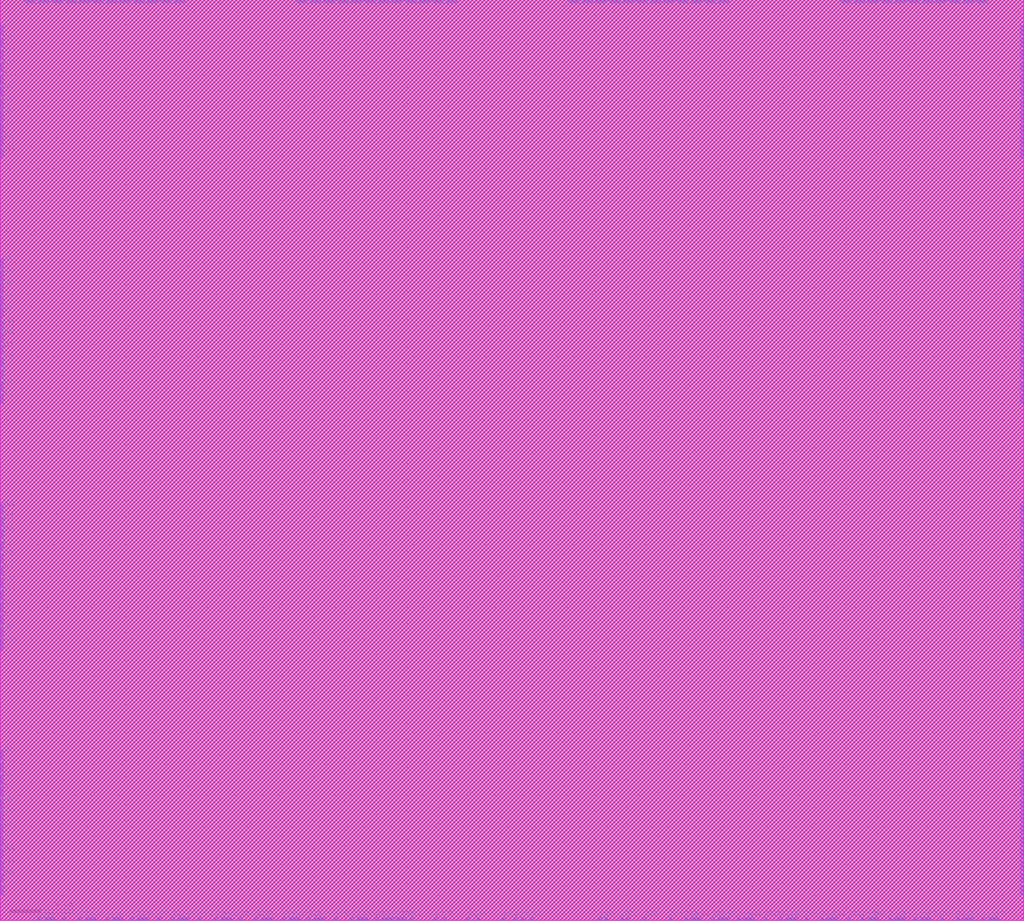
<source format=lef>
# 
#              Synchronous High Speed Single Port SRAM Compiler 
# 
#                    UMC 0.18um GenericII Logic Process
#    __________________________________________________________________________
# 
# 
#      (C) Copyright 2002-2009 Faraday Technology Corp. All Rights Reserved.
#    
#    This source code is an unpublished work belongs to Faraday Technology
#    Corp.  It is considered a trade secret and is not to be divulged or
#    used by parties who have not received written authorization from
#    Faraday Technology Corp.
#    
#    Faraday's home page can be found at:
#    http://www.faraday-tech.com/
#   
#       Module Name      : SUMA180_512X16X1BM1
#       Words            : 512
#       Bits             : 16
#       Byte-Write       : 1
#       Aspect Ratio     : 1
#       Output Loading   : 0.05  (pf)
#       Data Slew        : 0.02  (ns)
#       CK Slew          : 0.02  (ns)
#       Power Ring Width : 2  (um)
# 
# -----------------------------------------------------------------------------
# 
#       Library          : FSA0M_A
#       Memaker          : 200901.2.1
#       Date             : 2024/10/10 15:37:30
# 
# -----------------------------------------------------------------------------


NAMESCASESENSITIVE ON ;
MACRO SUMA180_512X16X1BM1
CLASS BLOCK ;
FOREIGN SUMA180_512X16X1BM1 0.000 0.000 ;
ORIGIN 0.000 0.000 ;
SIZE 326.740 BY 294.000 ;
SYMMETRY x y r90 ;
SITE core ;
PIN VCC
  DIRECTION INOUT ;
  USE POWER ;
  SHAPE ABUTMENT ;
 PORT
  LAYER ME4 ;
  RECT 325.620 282.580 326.740 285.820 ;
  LAYER ME3 ;
  RECT 325.620 282.580 326.740 285.820 ;
  LAYER ME2 ;
  RECT 325.620 282.580 326.740 285.820 ;
  LAYER ME1 ;
  RECT 325.620 282.580 326.740 285.820 ;
 END
 PORT
  LAYER ME4 ;
  RECT 325.620 274.740 326.740 277.980 ;
  LAYER ME3 ;
  RECT 325.620 274.740 326.740 277.980 ;
  LAYER ME2 ;
  RECT 325.620 274.740 326.740 277.980 ;
  LAYER ME1 ;
  RECT 325.620 274.740 326.740 277.980 ;
 END
 PORT
  LAYER ME4 ;
  RECT 325.620 266.900 326.740 270.140 ;
  LAYER ME3 ;
  RECT 325.620 266.900 326.740 270.140 ;
  LAYER ME2 ;
  RECT 325.620 266.900 326.740 270.140 ;
  LAYER ME1 ;
  RECT 325.620 266.900 326.740 270.140 ;
 END
 PORT
  LAYER ME4 ;
  RECT 325.620 259.060 326.740 262.300 ;
  LAYER ME3 ;
  RECT 325.620 259.060 326.740 262.300 ;
  LAYER ME2 ;
  RECT 325.620 259.060 326.740 262.300 ;
  LAYER ME1 ;
  RECT 325.620 259.060 326.740 262.300 ;
 END
 PORT
  LAYER ME4 ;
  RECT 325.620 251.220 326.740 254.460 ;
  LAYER ME3 ;
  RECT 325.620 251.220 326.740 254.460 ;
  LAYER ME2 ;
  RECT 325.620 251.220 326.740 254.460 ;
  LAYER ME1 ;
  RECT 325.620 251.220 326.740 254.460 ;
 END
 PORT
  LAYER ME4 ;
  RECT 325.620 243.380 326.740 246.620 ;
  LAYER ME3 ;
  RECT 325.620 243.380 326.740 246.620 ;
  LAYER ME2 ;
  RECT 325.620 243.380 326.740 246.620 ;
  LAYER ME1 ;
  RECT 325.620 243.380 326.740 246.620 ;
 END
 PORT
  LAYER ME4 ;
  RECT 325.620 204.180 326.740 207.420 ;
  LAYER ME3 ;
  RECT 325.620 204.180 326.740 207.420 ;
  LAYER ME2 ;
  RECT 325.620 204.180 326.740 207.420 ;
  LAYER ME1 ;
  RECT 325.620 204.180 326.740 207.420 ;
 END
 PORT
  LAYER ME4 ;
  RECT 325.620 196.340 326.740 199.580 ;
  LAYER ME3 ;
  RECT 325.620 196.340 326.740 199.580 ;
  LAYER ME2 ;
  RECT 325.620 196.340 326.740 199.580 ;
  LAYER ME1 ;
  RECT 325.620 196.340 326.740 199.580 ;
 END
 PORT
  LAYER ME4 ;
  RECT 325.620 188.500 326.740 191.740 ;
  LAYER ME3 ;
  RECT 325.620 188.500 326.740 191.740 ;
  LAYER ME2 ;
  RECT 325.620 188.500 326.740 191.740 ;
  LAYER ME1 ;
  RECT 325.620 188.500 326.740 191.740 ;
 END
 PORT
  LAYER ME4 ;
  RECT 325.620 180.660 326.740 183.900 ;
  LAYER ME3 ;
  RECT 325.620 180.660 326.740 183.900 ;
  LAYER ME2 ;
  RECT 325.620 180.660 326.740 183.900 ;
  LAYER ME1 ;
  RECT 325.620 180.660 326.740 183.900 ;
 END
 PORT
  LAYER ME4 ;
  RECT 325.620 172.820 326.740 176.060 ;
  LAYER ME3 ;
  RECT 325.620 172.820 326.740 176.060 ;
  LAYER ME2 ;
  RECT 325.620 172.820 326.740 176.060 ;
  LAYER ME1 ;
  RECT 325.620 172.820 326.740 176.060 ;
 END
 PORT
  LAYER ME4 ;
  RECT 325.620 164.980 326.740 168.220 ;
  LAYER ME3 ;
  RECT 325.620 164.980 326.740 168.220 ;
  LAYER ME2 ;
  RECT 325.620 164.980 326.740 168.220 ;
  LAYER ME1 ;
  RECT 325.620 164.980 326.740 168.220 ;
 END
 PORT
  LAYER ME4 ;
  RECT 325.620 125.780 326.740 129.020 ;
  LAYER ME3 ;
  RECT 325.620 125.780 326.740 129.020 ;
  LAYER ME2 ;
  RECT 325.620 125.780 326.740 129.020 ;
  LAYER ME1 ;
  RECT 325.620 125.780 326.740 129.020 ;
 END
 PORT
  LAYER ME4 ;
  RECT 325.620 117.940 326.740 121.180 ;
  LAYER ME3 ;
  RECT 325.620 117.940 326.740 121.180 ;
  LAYER ME2 ;
  RECT 325.620 117.940 326.740 121.180 ;
  LAYER ME1 ;
  RECT 325.620 117.940 326.740 121.180 ;
 END
 PORT
  LAYER ME4 ;
  RECT 325.620 110.100 326.740 113.340 ;
  LAYER ME3 ;
  RECT 325.620 110.100 326.740 113.340 ;
  LAYER ME2 ;
  RECT 325.620 110.100 326.740 113.340 ;
  LAYER ME1 ;
  RECT 325.620 110.100 326.740 113.340 ;
 END
 PORT
  LAYER ME4 ;
  RECT 325.620 102.260 326.740 105.500 ;
  LAYER ME3 ;
  RECT 325.620 102.260 326.740 105.500 ;
  LAYER ME2 ;
  RECT 325.620 102.260 326.740 105.500 ;
  LAYER ME1 ;
  RECT 325.620 102.260 326.740 105.500 ;
 END
 PORT
  LAYER ME4 ;
  RECT 325.620 94.420 326.740 97.660 ;
  LAYER ME3 ;
  RECT 325.620 94.420 326.740 97.660 ;
  LAYER ME2 ;
  RECT 325.620 94.420 326.740 97.660 ;
  LAYER ME1 ;
  RECT 325.620 94.420 326.740 97.660 ;
 END
 PORT
  LAYER ME4 ;
  RECT 325.620 86.580 326.740 89.820 ;
  LAYER ME3 ;
  RECT 325.620 86.580 326.740 89.820 ;
  LAYER ME2 ;
  RECT 325.620 86.580 326.740 89.820 ;
  LAYER ME1 ;
  RECT 325.620 86.580 326.740 89.820 ;
 END
 PORT
  LAYER ME4 ;
  RECT 325.620 47.380 326.740 50.620 ;
  LAYER ME3 ;
  RECT 325.620 47.380 326.740 50.620 ;
  LAYER ME2 ;
  RECT 325.620 47.380 326.740 50.620 ;
  LAYER ME1 ;
  RECT 325.620 47.380 326.740 50.620 ;
 END
 PORT
  LAYER ME4 ;
  RECT 325.620 39.540 326.740 42.780 ;
  LAYER ME3 ;
  RECT 325.620 39.540 326.740 42.780 ;
  LAYER ME2 ;
  RECT 325.620 39.540 326.740 42.780 ;
  LAYER ME1 ;
  RECT 325.620 39.540 326.740 42.780 ;
 END
 PORT
  LAYER ME4 ;
  RECT 325.620 31.700 326.740 34.940 ;
  LAYER ME3 ;
  RECT 325.620 31.700 326.740 34.940 ;
  LAYER ME2 ;
  RECT 325.620 31.700 326.740 34.940 ;
  LAYER ME1 ;
  RECT 325.620 31.700 326.740 34.940 ;
 END
 PORT
  LAYER ME4 ;
  RECT 325.620 23.860 326.740 27.100 ;
  LAYER ME3 ;
  RECT 325.620 23.860 326.740 27.100 ;
  LAYER ME2 ;
  RECT 325.620 23.860 326.740 27.100 ;
  LAYER ME1 ;
  RECT 325.620 23.860 326.740 27.100 ;
 END
 PORT
  LAYER ME4 ;
  RECT 325.620 16.020 326.740 19.260 ;
  LAYER ME3 ;
  RECT 325.620 16.020 326.740 19.260 ;
  LAYER ME2 ;
  RECT 325.620 16.020 326.740 19.260 ;
  LAYER ME1 ;
  RECT 325.620 16.020 326.740 19.260 ;
 END
 PORT
  LAYER ME4 ;
  RECT 325.620 8.180 326.740 11.420 ;
  LAYER ME3 ;
  RECT 325.620 8.180 326.740 11.420 ;
  LAYER ME2 ;
  RECT 325.620 8.180 326.740 11.420 ;
  LAYER ME1 ;
  RECT 325.620 8.180 326.740 11.420 ;
 END
 PORT
  LAYER ME4 ;
  RECT 0.000 282.580 1.120 285.820 ;
  LAYER ME3 ;
  RECT 0.000 282.580 1.120 285.820 ;
  LAYER ME2 ;
  RECT 0.000 282.580 1.120 285.820 ;
  LAYER ME1 ;
  RECT 0.000 282.580 1.120 285.820 ;
 END
 PORT
  LAYER ME4 ;
  RECT 0.000 274.740 1.120 277.980 ;
  LAYER ME3 ;
  RECT 0.000 274.740 1.120 277.980 ;
  LAYER ME2 ;
  RECT 0.000 274.740 1.120 277.980 ;
  LAYER ME1 ;
  RECT 0.000 274.740 1.120 277.980 ;
 END
 PORT
  LAYER ME4 ;
  RECT 0.000 266.900 1.120 270.140 ;
  LAYER ME3 ;
  RECT 0.000 266.900 1.120 270.140 ;
  LAYER ME2 ;
  RECT 0.000 266.900 1.120 270.140 ;
  LAYER ME1 ;
  RECT 0.000 266.900 1.120 270.140 ;
 END
 PORT
  LAYER ME4 ;
  RECT 0.000 259.060 1.120 262.300 ;
  LAYER ME3 ;
  RECT 0.000 259.060 1.120 262.300 ;
  LAYER ME2 ;
  RECT 0.000 259.060 1.120 262.300 ;
  LAYER ME1 ;
  RECT 0.000 259.060 1.120 262.300 ;
 END
 PORT
  LAYER ME4 ;
  RECT 0.000 251.220 1.120 254.460 ;
  LAYER ME3 ;
  RECT 0.000 251.220 1.120 254.460 ;
  LAYER ME2 ;
  RECT 0.000 251.220 1.120 254.460 ;
  LAYER ME1 ;
  RECT 0.000 251.220 1.120 254.460 ;
 END
 PORT
  LAYER ME4 ;
  RECT 0.000 243.380 1.120 246.620 ;
  LAYER ME3 ;
  RECT 0.000 243.380 1.120 246.620 ;
  LAYER ME2 ;
  RECT 0.000 243.380 1.120 246.620 ;
  LAYER ME1 ;
  RECT 0.000 243.380 1.120 246.620 ;
 END
 PORT
  LAYER ME4 ;
  RECT 0.000 204.180 1.120 207.420 ;
  LAYER ME3 ;
  RECT 0.000 204.180 1.120 207.420 ;
  LAYER ME2 ;
  RECT 0.000 204.180 1.120 207.420 ;
  LAYER ME1 ;
  RECT 0.000 204.180 1.120 207.420 ;
 END
 PORT
  LAYER ME4 ;
  RECT 0.000 196.340 1.120 199.580 ;
  LAYER ME3 ;
  RECT 0.000 196.340 1.120 199.580 ;
  LAYER ME2 ;
  RECT 0.000 196.340 1.120 199.580 ;
  LAYER ME1 ;
  RECT 0.000 196.340 1.120 199.580 ;
 END
 PORT
  LAYER ME4 ;
  RECT 0.000 188.500 1.120 191.740 ;
  LAYER ME3 ;
  RECT 0.000 188.500 1.120 191.740 ;
  LAYER ME2 ;
  RECT 0.000 188.500 1.120 191.740 ;
  LAYER ME1 ;
  RECT 0.000 188.500 1.120 191.740 ;
 END
 PORT
  LAYER ME4 ;
  RECT 0.000 180.660 1.120 183.900 ;
  LAYER ME3 ;
  RECT 0.000 180.660 1.120 183.900 ;
  LAYER ME2 ;
  RECT 0.000 180.660 1.120 183.900 ;
  LAYER ME1 ;
  RECT 0.000 180.660 1.120 183.900 ;
 END
 PORT
  LAYER ME4 ;
  RECT 0.000 172.820 1.120 176.060 ;
  LAYER ME3 ;
  RECT 0.000 172.820 1.120 176.060 ;
  LAYER ME2 ;
  RECT 0.000 172.820 1.120 176.060 ;
  LAYER ME1 ;
  RECT 0.000 172.820 1.120 176.060 ;
 END
 PORT
  LAYER ME4 ;
  RECT 0.000 164.980 1.120 168.220 ;
  LAYER ME3 ;
  RECT 0.000 164.980 1.120 168.220 ;
  LAYER ME2 ;
  RECT 0.000 164.980 1.120 168.220 ;
  LAYER ME1 ;
  RECT 0.000 164.980 1.120 168.220 ;
 END
 PORT
  LAYER ME4 ;
  RECT 0.000 125.780 1.120 129.020 ;
  LAYER ME3 ;
  RECT 0.000 125.780 1.120 129.020 ;
  LAYER ME2 ;
  RECT 0.000 125.780 1.120 129.020 ;
  LAYER ME1 ;
  RECT 0.000 125.780 1.120 129.020 ;
 END
 PORT
  LAYER ME4 ;
  RECT 0.000 117.940 1.120 121.180 ;
  LAYER ME3 ;
  RECT 0.000 117.940 1.120 121.180 ;
  LAYER ME2 ;
  RECT 0.000 117.940 1.120 121.180 ;
  LAYER ME1 ;
  RECT 0.000 117.940 1.120 121.180 ;
 END
 PORT
  LAYER ME4 ;
  RECT 0.000 110.100 1.120 113.340 ;
  LAYER ME3 ;
  RECT 0.000 110.100 1.120 113.340 ;
  LAYER ME2 ;
  RECT 0.000 110.100 1.120 113.340 ;
  LAYER ME1 ;
  RECT 0.000 110.100 1.120 113.340 ;
 END
 PORT
  LAYER ME4 ;
  RECT 0.000 102.260 1.120 105.500 ;
  LAYER ME3 ;
  RECT 0.000 102.260 1.120 105.500 ;
  LAYER ME2 ;
  RECT 0.000 102.260 1.120 105.500 ;
  LAYER ME1 ;
  RECT 0.000 102.260 1.120 105.500 ;
 END
 PORT
  LAYER ME4 ;
  RECT 0.000 94.420 1.120 97.660 ;
  LAYER ME3 ;
  RECT 0.000 94.420 1.120 97.660 ;
  LAYER ME2 ;
  RECT 0.000 94.420 1.120 97.660 ;
  LAYER ME1 ;
  RECT 0.000 94.420 1.120 97.660 ;
 END
 PORT
  LAYER ME4 ;
  RECT 0.000 86.580 1.120 89.820 ;
  LAYER ME3 ;
  RECT 0.000 86.580 1.120 89.820 ;
  LAYER ME2 ;
  RECT 0.000 86.580 1.120 89.820 ;
  LAYER ME1 ;
  RECT 0.000 86.580 1.120 89.820 ;
 END
 PORT
  LAYER ME4 ;
  RECT 0.000 47.380 1.120 50.620 ;
  LAYER ME3 ;
  RECT 0.000 47.380 1.120 50.620 ;
  LAYER ME2 ;
  RECT 0.000 47.380 1.120 50.620 ;
  LAYER ME1 ;
  RECT 0.000 47.380 1.120 50.620 ;
 END
 PORT
  LAYER ME4 ;
  RECT 0.000 39.540 1.120 42.780 ;
  LAYER ME3 ;
  RECT 0.000 39.540 1.120 42.780 ;
  LAYER ME2 ;
  RECT 0.000 39.540 1.120 42.780 ;
  LAYER ME1 ;
  RECT 0.000 39.540 1.120 42.780 ;
 END
 PORT
  LAYER ME4 ;
  RECT 0.000 31.700 1.120 34.940 ;
  LAYER ME3 ;
  RECT 0.000 31.700 1.120 34.940 ;
  LAYER ME2 ;
  RECT 0.000 31.700 1.120 34.940 ;
  LAYER ME1 ;
  RECT 0.000 31.700 1.120 34.940 ;
 END
 PORT
  LAYER ME4 ;
  RECT 0.000 23.860 1.120 27.100 ;
  LAYER ME3 ;
  RECT 0.000 23.860 1.120 27.100 ;
  LAYER ME2 ;
  RECT 0.000 23.860 1.120 27.100 ;
  LAYER ME1 ;
  RECT 0.000 23.860 1.120 27.100 ;
 END
 PORT
  LAYER ME4 ;
  RECT 0.000 16.020 1.120 19.260 ;
  LAYER ME3 ;
  RECT 0.000 16.020 1.120 19.260 ;
  LAYER ME2 ;
  RECT 0.000 16.020 1.120 19.260 ;
  LAYER ME1 ;
  RECT 0.000 16.020 1.120 19.260 ;
 END
 PORT
  LAYER ME4 ;
  RECT 0.000 8.180 1.120 11.420 ;
  LAYER ME3 ;
  RECT 0.000 8.180 1.120 11.420 ;
  LAYER ME2 ;
  RECT 0.000 8.180 1.120 11.420 ;
  LAYER ME1 ;
  RECT 0.000 8.180 1.120 11.420 ;
 END
 PORT
  LAYER ME4 ;
  RECT 311.640 292.880 315.180 294.000 ;
  LAYER ME3 ;
  RECT 311.640 292.880 315.180 294.000 ;
  LAYER ME2 ;
  RECT 311.640 292.880 315.180 294.000 ;
  LAYER ME1 ;
  RECT 311.640 292.880 315.180 294.000 ;
 END
 PORT
  LAYER ME4 ;
  RECT 302.960 292.880 306.500 294.000 ;
  LAYER ME3 ;
  RECT 302.960 292.880 306.500 294.000 ;
  LAYER ME2 ;
  RECT 302.960 292.880 306.500 294.000 ;
  LAYER ME1 ;
  RECT 302.960 292.880 306.500 294.000 ;
 END
 PORT
  LAYER ME4 ;
  RECT 294.280 292.880 297.820 294.000 ;
  LAYER ME3 ;
  RECT 294.280 292.880 297.820 294.000 ;
  LAYER ME2 ;
  RECT 294.280 292.880 297.820 294.000 ;
  LAYER ME1 ;
  RECT 294.280 292.880 297.820 294.000 ;
 END
 PORT
  LAYER ME4 ;
  RECT 285.600 292.880 289.140 294.000 ;
  LAYER ME3 ;
  RECT 285.600 292.880 289.140 294.000 ;
  LAYER ME2 ;
  RECT 285.600 292.880 289.140 294.000 ;
  LAYER ME1 ;
  RECT 285.600 292.880 289.140 294.000 ;
 END
 PORT
  LAYER ME4 ;
  RECT 276.920 292.880 280.460 294.000 ;
  LAYER ME3 ;
  RECT 276.920 292.880 280.460 294.000 ;
  LAYER ME2 ;
  RECT 276.920 292.880 280.460 294.000 ;
  LAYER ME1 ;
  RECT 276.920 292.880 280.460 294.000 ;
 END
 PORT
  LAYER ME4 ;
  RECT 268.240 292.880 271.780 294.000 ;
  LAYER ME3 ;
  RECT 268.240 292.880 271.780 294.000 ;
  LAYER ME2 ;
  RECT 268.240 292.880 271.780 294.000 ;
  LAYER ME1 ;
  RECT 268.240 292.880 271.780 294.000 ;
 END
 PORT
  LAYER ME4 ;
  RECT 224.840 292.880 228.380 294.000 ;
  LAYER ME3 ;
  RECT 224.840 292.880 228.380 294.000 ;
  LAYER ME2 ;
  RECT 224.840 292.880 228.380 294.000 ;
  LAYER ME1 ;
  RECT 224.840 292.880 228.380 294.000 ;
 END
 PORT
  LAYER ME4 ;
  RECT 216.160 292.880 219.700 294.000 ;
  LAYER ME3 ;
  RECT 216.160 292.880 219.700 294.000 ;
  LAYER ME2 ;
  RECT 216.160 292.880 219.700 294.000 ;
  LAYER ME1 ;
  RECT 216.160 292.880 219.700 294.000 ;
 END
 PORT
  LAYER ME4 ;
  RECT 207.480 292.880 211.020 294.000 ;
  LAYER ME3 ;
  RECT 207.480 292.880 211.020 294.000 ;
  LAYER ME2 ;
  RECT 207.480 292.880 211.020 294.000 ;
  LAYER ME1 ;
  RECT 207.480 292.880 211.020 294.000 ;
 END
 PORT
  LAYER ME4 ;
  RECT 198.800 292.880 202.340 294.000 ;
  LAYER ME3 ;
  RECT 198.800 292.880 202.340 294.000 ;
  LAYER ME2 ;
  RECT 198.800 292.880 202.340 294.000 ;
  LAYER ME1 ;
  RECT 198.800 292.880 202.340 294.000 ;
 END
 PORT
  LAYER ME4 ;
  RECT 190.120 292.880 193.660 294.000 ;
  LAYER ME3 ;
  RECT 190.120 292.880 193.660 294.000 ;
  LAYER ME2 ;
  RECT 190.120 292.880 193.660 294.000 ;
  LAYER ME1 ;
  RECT 190.120 292.880 193.660 294.000 ;
 END
 PORT
  LAYER ME4 ;
  RECT 181.440 292.880 184.980 294.000 ;
  LAYER ME3 ;
  RECT 181.440 292.880 184.980 294.000 ;
  LAYER ME2 ;
  RECT 181.440 292.880 184.980 294.000 ;
  LAYER ME1 ;
  RECT 181.440 292.880 184.980 294.000 ;
 END
 PORT
  LAYER ME4 ;
  RECT 138.040 292.880 141.580 294.000 ;
  LAYER ME3 ;
  RECT 138.040 292.880 141.580 294.000 ;
  LAYER ME2 ;
  RECT 138.040 292.880 141.580 294.000 ;
  LAYER ME1 ;
  RECT 138.040 292.880 141.580 294.000 ;
 END
 PORT
  LAYER ME4 ;
  RECT 129.360 292.880 132.900 294.000 ;
  LAYER ME3 ;
  RECT 129.360 292.880 132.900 294.000 ;
  LAYER ME2 ;
  RECT 129.360 292.880 132.900 294.000 ;
  LAYER ME1 ;
  RECT 129.360 292.880 132.900 294.000 ;
 END
 PORT
  LAYER ME4 ;
  RECT 120.680 292.880 124.220 294.000 ;
  LAYER ME3 ;
  RECT 120.680 292.880 124.220 294.000 ;
  LAYER ME2 ;
  RECT 120.680 292.880 124.220 294.000 ;
  LAYER ME1 ;
  RECT 120.680 292.880 124.220 294.000 ;
 END
 PORT
  LAYER ME4 ;
  RECT 112.000 292.880 115.540 294.000 ;
  LAYER ME3 ;
  RECT 112.000 292.880 115.540 294.000 ;
  LAYER ME2 ;
  RECT 112.000 292.880 115.540 294.000 ;
  LAYER ME1 ;
  RECT 112.000 292.880 115.540 294.000 ;
 END
 PORT
  LAYER ME4 ;
  RECT 103.320 292.880 106.860 294.000 ;
  LAYER ME3 ;
  RECT 103.320 292.880 106.860 294.000 ;
  LAYER ME2 ;
  RECT 103.320 292.880 106.860 294.000 ;
  LAYER ME1 ;
  RECT 103.320 292.880 106.860 294.000 ;
 END
 PORT
  LAYER ME4 ;
  RECT 94.640 292.880 98.180 294.000 ;
  LAYER ME3 ;
  RECT 94.640 292.880 98.180 294.000 ;
  LAYER ME2 ;
  RECT 94.640 292.880 98.180 294.000 ;
  LAYER ME1 ;
  RECT 94.640 292.880 98.180 294.000 ;
 END
 PORT
  LAYER ME4 ;
  RECT 51.240 292.880 54.780 294.000 ;
  LAYER ME3 ;
  RECT 51.240 292.880 54.780 294.000 ;
  LAYER ME2 ;
  RECT 51.240 292.880 54.780 294.000 ;
  LAYER ME1 ;
  RECT 51.240 292.880 54.780 294.000 ;
 END
 PORT
  LAYER ME4 ;
  RECT 42.560 292.880 46.100 294.000 ;
  LAYER ME3 ;
  RECT 42.560 292.880 46.100 294.000 ;
  LAYER ME2 ;
  RECT 42.560 292.880 46.100 294.000 ;
  LAYER ME1 ;
  RECT 42.560 292.880 46.100 294.000 ;
 END
 PORT
  LAYER ME4 ;
  RECT 33.880 292.880 37.420 294.000 ;
  LAYER ME3 ;
  RECT 33.880 292.880 37.420 294.000 ;
  LAYER ME2 ;
  RECT 33.880 292.880 37.420 294.000 ;
  LAYER ME1 ;
  RECT 33.880 292.880 37.420 294.000 ;
 END
 PORT
  LAYER ME4 ;
  RECT 25.200 292.880 28.740 294.000 ;
  LAYER ME3 ;
  RECT 25.200 292.880 28.740 294.000 ;
  LAYER ME2 ;
  RECT 25.200 292.880 28.740 294.000 ;
  LAYER ME1 ;
  RECT 25.200 292.880 28.740 294.000 ;
 END
 PORT
  LAYER ME4 ;
  RECT 16.520 292.880 20.060 294.000 ;
  LAYER ME3 ;
  RECT 16.520 292.880 20.060 294.000 ;
  LAYER ME2 ;
  RECT 16.520 292.880 20.060 294.000 ;
  LAYER ME1 ;
  RECT 16.520 292.880 20.060 294.000 ;
 END
 PORT
  LAYER ME4 ;
  RECT 7.840 292.880 11.380 294.000 ;
  LAYER ME3 ;
  RECT 7.840 292.880 11.380 294.000 ;
  LAYER ME2 ;
  RECT 7.840 292.880 11.380 294.000 ;
  LAYER ME1 ;
  RECT 7.840 292.880 11.380 294.000 ;
 END
 PORT
  LAYER ME4 ;
  RECT 307.300 0.000 310.840 1.120 ;
  LAYER ME3 ;
  RECT 307.300 0.000 310.840 1.120 ;
  LAYER ME2 ;
  RECT 307.300 0.000 310.840 1.120 ;
  LAYER ME1 ;
  RECT 307.300 0.000 310.840 1.120 ;
 END
 PORT
  LAYER ME4 ;
  RECT 285.600 0.000 289.140 1.120 ;
  LAYER ME3 ;
  RECT 285.600 0.000 289.140 1.120 ;
  LAYER ME2 ;
  RECT 285.600 0.000 289.140 1.120 ;
  LAYER ME1 ;
  RECT 285.600 0.000 289.140 1.120 ;
 END
 PORT
  LAYER ME4 ;
  RECT 263.900 0.000 267.440 1.120 ;
  LAYER ME3 ;
  RECT 263.900 0.000 267.440 1.120 ;
  LAYER ME2 ;
  RECT 263.900 0.000 267.440 1.120 ;
  LAYER ME1 ;
  RECT 263.900 0.000 267.440 1.120 ;
 END
 PORT
  LAYER ME4 ;
  RECT 237.240 0.000 240.780 1.120 ;
  LAYER ME3 ;
  RECT 237.240 0.000 240.780 1.120 ;
  LAYER ME2 ;
  RECT 237.240 0.000 240.780 1.120 ;
  LAYER ME1 ;
  RECT 237.240 0.000 240.780 1.120 ;
 END
 PORT
  LAYER ME4 ;
  RECT 220.500 0.000 224.040 1.120 ;
  LAYER ME3 ;
  RECT 220.500 0.000 224.040 1.120 ;
  LAYER ME2 ;
  RECT 220.500 0.000 224.040 1.120 ;
  LAYER ME1 ;
  RECT 220.500 0.000 224.040 1.120 ;
 END
 PORT
  LAYER ME4 ;
  RECT 121.920 0.000 125.460 1.120 ;
  LAYER ME3 ;
  RECT 121.920 0.000 125.460 1.120 ;
  LAYER ME2 ;
  RECT 121.920 0.000 125.460 1.120 ;
  LAYER ME1 ;
  RECT 121.920 0.000 125.460 1.120 ;
 END
 PORT
  LAYER ME4 ;
  RECT 100.220 0.000 103.760 1.120 ;
  LAYER ME3 ;
  RECT 100.220 0.000 103.760 1.120 ;
  LAYER ME2 ;
  RECT 100.220 0.000 103.760 1.120 ;
  LAYER ME1 ;
  RECT 100.220 0.000 103.760 1.120 ;
 END
 PORT
  LAYER ME4 ;
  RECT 83.480 0.000 87.020 1.120 ;
  LAYER ME3 ;
  RECT 83.480 0.000 87.020 1.120 ;
  LAYER ME2 ;
  RECT 83.480 0.000 87.020 1.120 ;
  LAYER ME1 ;
  RECT 83.480 0.000 87.020 1.120 ;
 END
 PORT
  LAYER ME4 ;
  RECT 56.820 0.000 60.360 1.120 ;
  LAYER ME3 ;
  RECT 56.820 0.000 60.360 1.120 ;
  LAYER ME2 ;
  RECT 56.820 0.000 60.360 1.120 ;
  LAYER ME1 ;
  RECT 56.820 0.000 60.360 1.120 ;
 END
 PORT
  LAYER ME4 ;
  RECT 35.740 0.000 39.280 1.120 ;
  LAYER ME3 ;
  RECT 35.740 0.000 39.280 1.120 ;
  LAYER ME2 ;
  RECT 35.740 0.000 39.280 1.120 ;
  LAYER ME1 ;
  RECT 35.740 0.000 39.280 1.120 ;
 END
 PORT
  LAYER ME4 ;
  RECT 14.040 0.000 17.580 1.120 ;
  LAYER ME3 ;
  RECT 14.040 0.000 17.580 1.120 ;
  LAYER ME2 ;
  RECT 14.040 0.000 17.580 1.120 ;
  LAYER ME1 ;
  RECT 14.040 0.000 17.580 1.120 ;
 END
END VCC
PIN GND
  DIRECTION INOUT ;
  USE GROUND ;
  SHAPE ABUTMENT ;
 PORT
  LAYER ME4 ;
  RECT 325.620 278.660 326.740 281.900 ;
  LAYER ME3 ;
  RECT 325.620 278.660 326.740 281.900 ;
  LAYER ME2 ;
  RECT 325.620 278.660 326.740 281.900 ;
  LAYER ME1 ;
  RECT 325.620 278.660 326.740 281.900 ;
 END
 PORT
  LAYER ME4 ;
  RECT 325.620 270.820 326.740 274.060 ;
  LAYER ME3 ;
  RECT 325.620 270.820 326.740 274.060 ;
  LAYER ME2 ;
  RECT 325.620 270.820 326.740 274.060 ;
  LAYER ME1 ;
  RECT 325.620 270.820 326.740 274.060 ;
 END
 PORT
  LAYER ME4 ;
  RECT 325.620 262.980 326.740 266.220 ;
  LAYER ME3 ;
  RECT 325.620 262.980 326.740 266.220 ;
  LAYER ME2 ;
  RECT 325.620 262.980 326.740 266.220 ;
  LAYER ME1 ;
  RECT 325.620 262.980 326.740 266.220 ;
 END
 PORT
  LAYER ME4 ;
  RECT 325.620 255.140 326.740 258.380 ;
  LAYER ME3 ;
  RECT 325.620 255.140 326.740 258.380 ;
  LAYER ME2 ;
  RECT 325.620 255.140 326.740 258.380 ;
  LAYER ME1 ;
  RECT 325.620 255.140 326.740 258.380 ;
 END
 PORT
  LAYER ME4 ;
  RECT 325.620 247.300 326.740 250.540 ;
  LAYER ME3 ;
  RECT 325.620 247.300 326.740 250.540 ;
  LAYER ME2 ;
  RECT 325.620 247.300 326.740 250.540 ;
  LAYER ME1 ;
  RECT 325.620 247.300 326.740 250.540 ;
 END
 PORT
  LAYER ME4 ;
  RECT 325.620 208.100 326.740 211.340 ;
  LAYER ME3 ;
  RECT 325.620 208.100 326.740 211.340 ;
  LAYER ME2 ;
  RECT 325.620 208.100 326.740 211.340 ;
  LAYER ME1 ;
  RECT 325.620 208.100 326.740 211.340 ;
 END
 PORT
  LAYER ME4 ;
  RECT 325.620 200.260 326.740 203.500 ;
  LAYER ME3 ;
  RECT 325.620 200.260 326.740 203.500 ;
  LAYER ME2 ;
  RECT 325.620 200.260 326.740 203.500 ;
  LAYER ME1 ;
  RECT 325.620 200.260 326.740 203.500 ;
 END
 PORT
  LAYER ME4 ;
  RECT 325.620 192.420 326.740 195.660 ;
  LAYER ME3 ;
  RECT 325.620 192.420 326.740 195.660 ;
  LAYER ME2 ;
  RECT 325.620 192.420 326.740 195.660 ;
  LAYER ME1 ;
  RECT 325.620 192.420 326.740 195.660 ;
 END
 PORT
  LAYER ME4 ;
  RECT 325.620 184.580 326.740 187.820 ;
  LAYER ME3 ;
  RECT 325.620 184.580 326.740 187.820 ;
  LAYER ME2 ;
  RECT 325.620 184.580 326.740 187.820 ;
  LAYER ME1 ;
  RECT 325.620 184.580 326.740 187.820 ;
 END
 PORT
  LAYER ME4 ;
  RECT 325.620 176.740 326.740 179.980 ;
  LAYER ME3 ;
  RECT 325.620 176.740 326.740 179.980 ;
  LAYER ME2 ;
  RECT 325.620 176.740 326.740 179.980 ;
  LAYER ME1 ;
  RECT 325.620 176.740 326.740 179.980 ;
 END
 PORT
  LAYER ME4 ;
  RECT 325.620 168.900 326.740 172.140 ;
  LAYER ME3 ;
  RECT 325.620 168.900 326.740 172.140 ;
  LAYER ME2 ;
  RECT 325.620 168.900 326.740 172.140 ;
  LAYER ME1 ;
  RECT 325.620 168.900 326.740 172.140 ;
 END
 PORT
  LAYER ME4 ;
  RECT 325.620 129.700 326.740 132.940 ;
  LAYER ME3 ;
  RECT 325.620 129.700 326.740 132.940 ;
  LAYER ME2 ;
  RECT 325.620 129.700 326.740 132.940 ;
  LAYER ME1 ;
  RECT 325.620 129.700 326.740 132.940 ;
 END
 PORT
  LAYER ME4 ;
  RECT 325.620 121.860 326.740 125.100 ;
  LAYER ME3 ;
  RECT 325.620 121.860 326.740 125.100 ;
  LAYER ME2 ;
  RECT 325.620 121.860 326.740 125.100 ;
  LAYER ME1 ;
  RECT 325.620 121.860 326.740 125.100 ;
 END
 PORT
  LAYER ME4 ;
  RECT 325.620 114.020 326.740 117.260 ;
  LAYER ME3 ;
  RECT 325.620 114.020 326.740 117.260 ;
  LAYER ME2 ;
  RECT 325.620 114.020 326.740 117.260 ;
  LAYER ME1 ;
  RECT 325.620 114.020 326.740 117.260 ;
 END
 PORT
  LAYER ME4 ;
  RECT 325.620 106.180 326.740 109.420 ;
  LAYER ME3 ;
  RECT 325.620 106.180 326.740 109.420 ;
  LAYER ME2 ;
  RECT 325.620 106.180 326.740 109.420 ;
  LAYER ME1 ;
  RECT 325.620 106.180 326.740 109.420 ;
 END
 PORT
  LAYER ME4 ;
  RECT 325.620 98.340 326.740 101.580 ;
  LAYER ME3 ;
  RECT 325.620 98.340 326.740 101.580 ;
  LAYER ME2 ;
  RECT 325.620 98.340 326.740 101.580 ;
  LAYER ME1 ;
  RECT 325.620 98.340 326.740 101.580 ;
 END
 PORT
  LAYER ME4 ;
  RECT 325.620 90.500 326.740 93.740 ;
  LAYER ME3 ;
  RECT 325.620 90.500 326.740 93.740 ;
  LAYER ME2 ;
  RECT 325.620 90.500 326.740 93.740 ;
  LAYER ME1 ;
  RECT 325.620 90.500 326.740 93.740 ;
 END
 PORT
  LAYER ME4 ;
  RECT 325.620 51.300 326.740 54.540 ;
  LAYER ME3 ;
  RECT 325.620 51.300 326.740 54.540 ;
  LAYER ME2 ;
  RECT 325.620 51.300 326.740 54.540 ;
  LAYER ME1 ;
  RECT 325.620 51.300 326.740 54.540 ;
 END
 PORT
  LAYER ME4 ;
  RECT 325.620 43.460 326.740 46.700 ;
  LAYER ME3 ;
  RECT 325.620 43.460 326.740 46.700 ;
  LAYER ME2 ;
  RECT 325.620 43.460 326.740 46.700 ;
  LAYER ME1 ;
  RECT 325.620 43.460 326.740 46.700 ;
 END
 PORT
  LAYER ME4 ;
  RECT 325.620 35.620 326.740 38.860 ;
  LAYER ME3 ;
  RECT 325.620 35.620 326.740 38.860 ;
  LAYER ME2 ;
  RECT 325.620 35.620 326.740 38.860 ;
  LAYER ME1 ;
  RECT 325.620 35.620 326.740 38.860 ;
 END
 PORT
  LAYER ME4 ;
  RECT 325.620 27.780 326.740 31.020 ;
  LAYER ME3 ;
  RECT 325.620 27.780 326.740 31.020 ;
  LAYER ME2 ;
  RECT 325.620 27.780 326.740 31.020 ;
  LAYER ME1 ;
  RECT 325.620 27.780 326.740 31.020 ;
 END
 PORT
  LAYER ME4 ;
  RECT 325.620 19.940 326.740 23.180 ;
  LAYER ME3 ;
  RECT 325.620 19.940 326.740 23.180 ;
  LAYER ME2 ;
  RECT 325.620 19.940 326.740 23.180 ;
  LAYER ME1 ;
  RECT 325.620 19.940 326.740 23.180 ;
 END
 PORT
  LAYER ME4 ;
  RECT 325.620 12.100 326.740 15.340 ;
  LAYER ME3 ;
  RECT 325.620 12.100 326.740 15.340 ;
  LAYER ME2 ;
  RECT 325.620 12.100 326.740 15.340 ;
  LAYER ME1 ;
  RECT 325.620 12.100 326.740 15.340 ;
 END
 PORT
  LAYER ME4 ;
  RECT 0.000 278.660 1.120 281.900 ;
  LAYER ME3 ;
  RECT 0.000 278.660 1.120 281.900 ;
  LAYER ME2 ;
  RECT 0.000 278.660 1.120 281.900 ;
  LAYER ME1 ;
  RECT 0.000 278.660 1.120 281.900 ;
 END
 PORT
  LAYER ME4 ;
  RECT 0.000 270.820 1.120 274.060 ;
  LAYER ME3 ;
  RECT 0.000 270.820 1.120 274.060 ;
  LAYER ME2 ;
  RECT 0.000 270.820 1.120 274.060 ;
  LAYER ME1 ;
  RECT 0.000 270.820 1.120 274.060 ;
 END
 PORT
  LAYER ME4 ;
  RECT 0.000 262.980 1.120 266.220 ;
  LAYER ME3 ;
  RECT 0.000 262.980 1.120 266.220 ;
  LAYER ME2 ;
  RECT 0.000 262.980 1.120 266.220 ;
  LAYER ME1 ;
  RECT 0.000 262.980 1.120 266.220 ;
 END
 PORT
  LAYER ME4 ;
  RECT 0.000 255.140 1.120 258.380 ;
  LAYER ME3 ;
  RECT 0.000 255.140 1.120 258.380 ;
  LAYER ME2 ;
  RECT 0.000 255.140 1.120 258.380 ;
  LAYER ME1 ;
  RECT 0.000 255.140 1.120 258.380 ;
 END
 PORT
  LAYER ME4 ;
  RECT 0.000 247.300 1.120 250.540 ;
  LAYER ME3 ;
  RECT 0.000 247.300 1.120 250.540 ;
  LAYER ME2 ;
  RECT 0.000 247.300 1.120 250.540 ;
  LAYER ME1 ;
  RECT 0.000 247.300 1.120 250.540 ;
 END
 PORT
  LAYER ME4 ;
  RECT 0.000 208.100 1.120 211.340 ;
  LAYER ME3 ;
  RECT 0.000 208.100 1.120 211.340 ;
  LAYER ME2 ;
  RECT 0.000 208.100 1.120 211.340 ;
  LAYER ME1 ;
  RECT 0.000 208.100 1.120 211.340 ;
 END
 PORT
  LAYER ME4 ;
  RECT 0.000 200.260 1.120 203.500 ;
  LAYER ME3 ;
  RECT 0.000 200.260 1.120 203.500 ;
  LAYER ME2 ;
  RECT 0.000 200.260 1.120 203.500 ;
  LAYER ME1 ;
  RECT 0.000 200.260 1.120 203.500 ;
 END
 PORT
  LAYER ME4 ;
  RECT 0.000 192.420 1.120 195.660 ;
  LAYER ME3 ;
  RECT 0.000 192.420 1.120 195.660 ;
  LAYER ME2 ;
  RECT 0.000 192.420 1.120 195.660 ;
  LAYER ME1 ;
  RECT 0.000 192.420 1.120 195.660 ;
 END
 PORT
  LAYER ME4 ;
  RECT 0.000 184.580 1.120 187.820 ;
  LAYER ME3 ;
  RECT 0.000 184.580 1.120 187.820 ;
  LAYER ME2 ;
  RECT 0.000 184.580 1.120 187.820 ;
  LAYER ME1 ;
  RECT 0.000 184.580 1.120 187.820 ;
 END
 PORT
  LAYER ME4 ;
  RECT 0.000 176.740 1.120 179.980 ;
  LAYER ME3 ;
  RECT 0.000 176.740 1.120 179.980 ;
  LAYER ME2 ;
  RECT 0.000 176.740 1.120 179.980 ;
  LAYER ME1 ;
  RECT 0.000 176.740 1.120 179.980 ;
 END
 PORT
  LAYER ME4 ;
  RECT 0.000 168.900 1.120 172.140 ;
  LAYER ME3 ;
  RECT 0.000 168.900 1.120 172.140 ;
  LAYER ME2 ;
  RECT 0.000 168.900 1.120 172.140 ;
  LAYER ME1 ;
  RECT 0.000 168.900 1.120 172.140 ;
 END
 PORT
  LAYER ME4 ;
  RECT 0.000 129.700 1.120 132.940 ;
  LAYER ME3 ;
  RECT 0.000 129.700 1.120 132.940 ;
  LAYER ME2 ;
  RECT 0.000 129.700 1.120 132.940 ;
  LAYER ME1 ;
  RECT 0.000 129.700 1.120 132.940 ;
 END
 PORT
  LAYER ME4 ;
  RECT 0.000 121.860 1.120 125.100 ;
  LAYER ME3 ;
  RECT 0.000 121.860 1.120 125.100 ;
  LAYER ME2 ;
  RECT 0.000 121.860 1.120 125.100 ;
  LAYER ME1 ;
  RECT 0.000 121.860 1.120 125.100 ;
 END
 PORT
  LAYER ME4 ;
  RECT 0.000 114.020 1.120 117.260 ;
  LAYER ME3 ;
  RECT 0.000 114.020 1.120 117.260 ;
  LAYER ME2 ;
  RECT 0.000 114.020 1.120 117.260 ;
  LAYER ME1 ;
  RECT 0.000 114.020 1.120 117.260 ;
 END
 PORT
  LAYER ME4 ;
  RECT 0.000 106.180 1.120 109.420 ;
  LAYER ME3 ;
  RECT 0.000 106.180 1.120 109.420 ;
  LAYER ME2 ;
  RECT 0.000 106.180 1.120 109.420 ;
  LAYER ME1 ;
  RECT 0.000 106.180 1.120 109.420 ;
 END
 PORT
  LAYER ME4 ;
  RECT 0.000 98.340 1.120 101.580 ;
  LAYER ME3 ;
  RECT 0.000 98.340 1.120 101.580 ;
  LAYER ME2 ;
  RECT 0.000 98.340 1.120 101.580 ;
  LAYER ME1 ;
  RECT 0.000 98.340 1.120 101.580 ;
 END
 PORT
  LAYER ME4 ;
  RECT 0.000 90.500 1.120 93.740 ;
  LAYER ME3 ;
  RECT 0.000 90.500 1.120 93.740 ;
  LAYER ME2 ;
  RECT 0.000 90.500 1.120 93.740 ;
  LAYER ME1 ;
  RECT 0.000 90.500 1.120 93.740 ;
 END
 PORT
  LAYER ME4 ;
  RECT 0.000 51.300 1.120 54.540 ;
  LAYER ME3 ;
  RECT 0.000 51.300 1.120 54.540 ;
  LAYER ME2 ;
  RECT 0.000 51.300 1.120 54.540 ;
  LAYER ME1 ;
  RECT 0.000 51.300 1.120 54.540 ;
 END
 PORT
  LAYER ME4 ;
  RECT 0.000 43.460 1.120 46.700 ;
  LAYER ME3 ;
  RECT 0.000 43.460 1.120 46.700 ;
  LAYER ME2 ;
  RECT 0.000 43.460 1.120 46.700 ;
  LAYER ME1 ;
  RECT 0.000 43.460 1.120 46.700 ;
 END
 PORT
  LAYER ME4 ;
  RECT 0.000 35.620 1.120 38.860 ;
  LAYER ME3 ;
  RECT 0.000 35.620 1.120 38.860 ;
  LAYER ME2 ;
  RECT 0.000 35.620 1.120 38.860 ;
  LAYER ME1 ;
  RECT 0.000 35.620 1.120 38.860 ;
 END
 PORT
  LAYER ME4 ;
  RECT 0.000 27.780 1.120 31.020 ;
  LAYER ME3 ;
  RECT 0.000 27.780 1.120 31.020 ;
  LAYER ME2 ;
  RECT 0.000 27.780 1.120 31.020 ;
  LAYER ME1 ;
  RECT 0.000 27.780 1.120 31.020 ;
 END
 PORT
  LAYER ME4 ;
  RECT 0.000 19.940 1.120 23.180 ;
  LAYER ME3 ;
  RECT 0.000 19.940 1.120 23.180 ;
  LAYER ME2 ;
  RECT 0.000 19.940 1.120 23.180 ;
  LAYER ME1 ;
  RECT 0.000 19.940 1.120 23.180 ;
 END
 PORT
  LAYER ME4 ;
  RECT 0.000 12.100 1.120 15.340 ;
  LAYER ME3 ;
  RECT 0.000 12.100 1.120 15.340 ;
  LAYER ME2 ;
  RECT 0.000 12.100 1.120 15.340 ;
  LAYER ME1 ;
  RECT 0.000 12.100 1.120 15.340 ;
 END
 PORT
  LAYER ME4 ;
  RECT 307.300 292.880 310.840 294.000 ;
  LAYER ME3 ;
  RECT 307.300 292.880 310.840 294.000 ;
  LAYER ME2 ;
  RECT 307.300 292.880 310.840 294.000 ;
  LAYER ME1 ;
  RECT 307.300 292.880 310.840 294.000 ;
 END
 PORT
  LAYER ME4 ;
  RECT 298.620 292.880 302.160 294.000 ;
  LAYER ME3 ;
  RECT 298.620 292.880 302.160 294.000 ;
  LAYER ME2 ;
  RECT 298.620 292.880 302.160 294.000 ;
  LAYER ME1 ;
  RECT 298.620 292.880 302.160 294.000 ;
 END
 PORT
  LAYER ME4 ;
  RECT 289.940 292.880 293.480 294.000 ;
  LAYER ME3 ;
  RECT 289.940 292.880 293.480 294.000 ;
  LAYER ME2 ;
  RECT 289.940 292.880 293.480 294.000 ;
  LAYER ME1 ;
  RECT 289.940 292.880 293.480 294.000 ;
 END
 PORT
  LAYER ME4 ;
  RECT 281.260 292.880 284.800 294.000 ;
  LAYER ME3 ;
  RECT 281.260 292.880 284.800 294.000 ;
  LAYER ME2 ;
  RECT 281.260 292.880 284.800 294.000 ;
  LAYER ME1 ;
  RECT 281.260 292.880 284.800 294.000 ;
 END
 PORT
  LAYER ME4 ;
  RECT 272.580 292.880 276.120 294.000 ;
  LAYER ME3 ;
  RECT 272.580 292.880 276.120 294.000 ;
  LAYER ME2 ;
  RECT 272.580 292.880 276.120 294.000 ;
  LAYER ME1 ;
  RECT 272.580 292.880 276.120 294.000 ;
 END
 PORT
  LAYER ME4 ;
  RECT 229.180 292.880 232.720 294.000 ;
  LAYER ME3 ;
  RECT 229.180 292.880 232.720 294.000 ;
  LAYER ME2 ;
  RECT 229.180 292.880 232.720 294.000 ;
  LAYER ME1 ;
  RECT 229.180 292.880 232.720 294.000 ;
 END
 PORT
  LAYER ME4 ;
  RECT 220.500 292.880 224.040 294.000 ;
  LAYER ME3 ;
  RECT 220.500 292.880 224.040 294.000 ;
  LAYER ME2 ;
  RECT 220.500 292.880 224.040 294.000 ;
  LAYER ME1 ;
  RECT 220.500 292.880 224.040 294.000 ;
 END
 PORT
  LAYER ME4 ;
  RECT 211.820 292.880 215.360 294.000 ;
  LAYER ME3 ;
  RECT 211.820 292.880 215.360 294.000 ;
  LAYER ME2 ;
  RECT 211.820 292.880 215.360 294.000 ;
  LAYER ME1 ;
  RECT 211.820 292.880 215.360 294.000 ;
 END
 PORT
  LAYER ME4 ;
  RECT 203.140 292.880 206.680 294.000 ;
  LAYER ME3 ;
  RECT 203.140 292.880 206.680 294.000 ;
  LAYER ME2 ;
  RECT 203.140 292.880 206.680 294.000 ;
  LAYER ME1 ;
  RECT 203.140 292.880 206.680 294.000 ;
 END
 PORT
  LAYER ME4 ;
  RECT 194.460 292.880 198.000 294.000 ;
  LAYER ME3 ;
  RECT 194.460 292.880 198.000 294.000 ;
  LAYER ME2 ;
  RECT 194.460 292.880 198.000 294.000 ;
  LAYER ME1 ;
  RECT 194.460 292.880 198.000 294.000 ;
 END
 PORT
  LAYER ME4 ;
  RECT 185.780 292.880 189.320 294.000 ;
  LAYER ME3 ;
  RECT 185.780 292.880 189.320 294.000 ;
  LAYER ME2 ;
  RECT 185.780 292.880 189.320 294.000 ;
  LAYER ME1 ;
  RECT 185.780 292.880 189.320 294.000 ;
 END
 PORT
  LAYER ME4 ;
  RECT 142.380 292.880 145.920 294.000 ;
  LAYER ME3 ;
  RECT 142.380 292.880 145.920 294.000 ;
  LAYER ME2 ;
  RECT 142.380 292.880 145.920 294.000 ;
  LAYER ME1 ;
  RECT 142.380 292.880 145.920 294.000 ;
 END
 PORT
  LAYER ME4 ;
  RECT 133.700 292.880 137.240 294.000 ;
  LAYER ME3 ;
  RECT 133.700 292.880 137.240 294.000 ;
  LAYER ME2 ;
  RECT 133.700 292.880 137.240 294.000 ;
  LAYER ME1 ;
  RECT 133.700 292.880 137.240 294.000 ;
 END
 PORT
  LAYER ME4 ;
  RECT 125.020 292.880 128.560 294.000 ;
  LAYER ME3 ;
  RECT 125.020 292.880 128.560 294.000 ;
  LAYER ME2 ;
  RECT 125.020 292.880 128.560 294.000 ;
  LAYER ME1 ;
  RECT 125.020 292.880 128.560 294.000 ;
 END
 PORT
  LAYER ME4 ;
  RECT 116.340 292.880 119.880 294.000 ;
  LAYER ME3 ;
  RECT 116.340 292.880 119.880 294.000 ;
  LAYER ME2 ;
  RECT 116.340 292.880 119.880 294.000 ;
  LAYER ME1 ;
  RECT 116.340 292.880 119.880 294.000 ;
 END
 PORT
  LAYER ME4 ;
  RECT 107.660 292.880 111.200 294.000 ;
  LAYER ME3 ;
  RECT 107.660 292.880 111.200 294.000 ;
  LAYER ME2 ;
  RECT 107.660 292.880 111.200 294.000 ;
  LAYER ME1 ;
  RECT 107.660 292.880 111.200 294.000 ;
 END
 PORT
  LAYER ME4 ;
  RECT 98.980 292.880 102.520 294.000 ;
  LAYER ME3 ;
  RECT 98.980 292.880 102.520 294.000 ;
  LAYER ME2 ;
  RECT 98.980 292.880 102.520 294.000 ;
  LAYER ME1 ;
  RECT 98.980 292.880 102.520 294.000 ;
 END
 PORT
  LAYER ME4 ;
  RECT 55.580 292.880 59.120 294.000 ;
  LAYER ME3 ;
  RECT 55.580 292.880 59.120 294.000 ;
  LAYER ME2 ;
  RECT 55.580 292.880 59.120 294.000 ;
  LAYER ME1 ;
  RECT 55.580 292.880 59.120 294.000 ;
 END
 PORT
  LAYER ME4 ;
  RECT 46.900 292.880 50.440 294.000 ;
  LAYER ME3 ;
  RECT 46.900 292.880 50.440 294.000 ;
  LAYER ME2 ;
  RECT 46.900 292.880 50.440 294.000 ;
  LAYER ME1 ;
  RECT 46.900 292.880 50.440 294.000 ;
 END
 PORT
  LAYER ME4 ;
  RECT 38.220 292.880 41.760 294.000 ;
  LAYER ME3 ;
  RECT 38.220 292.880 41.760 294.000 ;
  LAYER ME2 ;
  RECT 38.220 292.880 41.760 294.000 ;
  LAYER ME1 ;
  RECT 38.220 292.880 41.760 294.000 ;
 END
 PORT
  LAYER ME4 ;
  RECT 29.540 292.880 33.080 294.000 ;
  LAYER ME3 ;
  RECT 29.540 292.880 33.080 294.000 ;
  LAYER ME2 ;
  RECT 29.540 292.880 33.080 294.000 ;
  LAYER ME1 ;
  RECT 29.540 292.880 33.080 294.000 ;
 END
 PORT
  LAYER ME4 ;
  RECT 20.860 292.880 24.400 294.000 ;
  LAYER ME3 ;
  RECT 20.860 292.880 24.400 294.000 ;
  LAYER ME2 ;
  RECT 20.860 292.880 24.400 294.000 ;
  LAYER ME1 ;
  RECT 20.860 292.880 24.400 294.000 ;
 END
 PORT
  LAYER ME4 ;
  RECT 12.180 292.880 15.720 294.000 ;
  LAYER ME3 ;
  RECT 12.180 292.880 15.720 294.000 ;
  LAYER ME2 ;
  RECT 12.180 292.880 15.720 294.000 ;
  LAYER ME1 ;
  RECT 12.180 292.880 15.720 294.000 ;
 END
 PORT
  LAYER ME4 ;
  RECT 315.360 0.000 318.900 1.120 ;
  LAYER ME3 ;
  RECT 315.360 0.000 318.900 1.120 ;
  LAYER ME2 ;
  RECT 315.360 0.000 318.900 1.120 ;
  LAYER ME1 ;
  RECT 315.360 0.000 318.900 1.120 ;
 END
 PORT
  LAYER ME4 ;
  RECT 293.660 0.000 297.200 1.120 ;
  LAYER ME3 ;
  RECT 293.660 0.000 297.200 1.120 ;
  LAYER ME2 ;
  RECT 293.660 0.000 297.200 1.120 ;
  LAYER ME1 ;
  RECT 293.660 0.000 297.200 1.120 ;
 END
 PORT
  LAYER ME4 ;
  RECT 276.920 0.000 280.460 1.120 ;
  LAYER ME3 ;
  RECT 276.920 0.000 280.460 1.120 ;
  LAYER ME2 ;
  RECT 276.920 0.000 280.460 1.120 ;
  LAYER ME1 ;
  RECT 276.920 0.000 280.460 1.120 ;
 END
 PORT
  LAYER ME4 ;
  RECT 250.880 0.000 254.420 1.120 ;
  LAYER ME3 ;
  RECT 250.880 0.000 254.420 1.120 ;
  LAYER ME2 ;
  RECT 250.880 0.000 254.420 1.120 ;
  LAYER ME1 ;
  RECT 250.880 0.000 254.420 1.120 ;
 END
 PORT
  LAYER ME4 ;
  RECT 229.180 0.000 232.720 1.120 ;
  LAYER ME3 ;
  RECT 229.180 0.000 232.720 1.120 ;
  LAYER ME2 ;
  RECT 229.180 0.000 232.720 1.120 ;
  LAYER ME1 ;
  RECT 229.180 0.000 232.720 1.120 ;
 END
 PORT
  LAYER ME4 ;
  RECT 126.260 0.000 129.800 1.120 ;
  LAYER ME3 ;
  RECT 126.260 0.000 129.800 1.120 ;
  LAYER ME2 ;
  RECT 126.260 0.000 129.800 1.120 ;
  LAYER ME1 ;
  RECT 126.260 0.000 129.800 1.120 ;
 END
 PORT
  LAYER ME4 ;
  RECT 113.860 0.000 117.400 1.120 ;
  LAYER ME3 ;
  RECT 113.860 0.000 117.400 1.120 ;
  LAYER ME2 ;
  RECT 113.860 0.000 117.400 1.120 ;
  LAYER ME1 ;
  RECT 113.860 0.000 117.400 1.120 ;
 END
 PORT
  LAYER ME4 ;
  RECT 92.160 0.000 95.700 1.120 ;
  LAYER ME3 ;
  RECT 92.160 0.000 95.700 1.120 ;
  LAYER ME2 ;
  RECT 92.160 0.000 95.700 1.120 ;
  LAYER ME1 ;
  RECT 92.160 0.000 95.700 1.120 ;
 END
 PORT
  LAYER ME4 ;
  RECT 70.460 0.000 74.000 1.120 ;
  LAYER ME3 ;
  RECT 70.460 0.000 74.000 1.120 ;
  LAYER ME2 ;
  RECT 70.460 0.000 74.000 1.120 ;
  LAYER ME1 ;
  RECT 70.460 0.000 74.000 1.120 ;
 END
 PORT
  LAYER ME4 ;
  RECT 43.800 0.000 47.340 1.120 ;
  LAYER ME3 ;
  RECT 43.800 0.000 47.340 1.120 ;
  LAYER ME2 ;
  RECT 43.800 0.000 47.340 1.120 ;
  LAYER ME1 ;
  RECT 43.800 0.000 47.340 1.120 ;
 END
 PORT
  LAYER ME4 ;
  RECT 27.060 0.000 30.600 1.120 ;
  LAYER ME3 ;
  RECT 27.060 0.000 30.600 1.120 ;
  LAYER ME2 ;
  RECT 27.060 0.000 30.600 1.120 ;
  LAYER ME1 ;
  RECT 27.060 0.000 30.600 1.120 ;
 END
END GND
PIN DO15
  DIRECTION OUTPUT ;
  CAPACITANCE 0.031 ;
 PORT
  LAYER ME4 ;
  RECT 313.160 0.000 314.280 1.120 ;
  LAYER ME3 ;
  RECT 313.160 0.000 314.280 1.120 ;
  LAYER ME2 ;
  RECT 313.160 0.000 314.280 1.120 ;
  LAYER ME1 ;
  RECT 313.160 0.000 314.280 1.120 ;
 END
END DO15
PIN DI15
  DIRECTION INPUT ;
  CAPACITANCE 0.012 ;
 PORT
  LAYER ME4 ;
  RECT 305.100 0.000 306.220 1.120 ;
  LAYER ME3 ;
  RECT 305.100 0.000 306.220 1.120 ;
  LAYER ME2 ;
  RECT 305.100 0.000 306.220 1.120 ;
  LAYER ME1 ;
  RECT 305.100 0.000 306.220 1.120 ;
 END
END DI15
PIN DO14
  DIRECTION OUTPUT ;
  CAPACITANCE 0.031 ;
 PORT
  LAYER ME4 ;
  RECT 300.140 0.000 301.260 1.120 ;
  LAYER ME3 ;
  RECT 300.140 0.000 301.260 1.120 ;
  LAYER ME2 ;
  RECT 300.140 0.000 301.260 1.120 ;
  LAYER ME1 ;
  RECT 300.140 0.000 301.260 1.120 ;
 END
END DO14
PIN DI14
  DIRECTION INPUT ;
  CAPACITANCE 0.012 ;
 PORT
  LAYER ME4 ;
  RECT 291.460 0.000 292.580 1.120 ;
  LAYER ME3 ;
  RECT 291.460 0.000 292.580 1.120 ;
  LAYER ME2 ;
  RECT 291.460 0.000 292.580 1.120 ;
  LAYER ME1 ;
  RECT 291.460 0.000 292.580 1.120 ;
 END
END DI14
PIN DO13
  DIRECTION OUTPUT ;
  CAPACITANCE 0.031 ;
 PORT
  LAYER ME4 ;
  RECT 283.400 0.000 284.520 1.120 ;
  LAYER ME3 ;
  RECT 283.400 0.000 284.520 1.120 ;
  LAYER ME2 ;
  RECT 283.400 0.000 284.520 1.120 ;
  LAYER ME1 ;
  RECT 283.400 0.000 284.520 1.120 ;
 END
END DO13
PIN DI13
  DIRECTION INPUT ;
  CAPACITANCE 0.012 ;
 PORT
  LAYER ME4 ;
  RECT 274.720 0.000 275.840 1.120 ;
  LAYER ME3 ;
  RECT 274.720 0.000 275.840 1.120 ;
  LAYER ME2 ;
  RECT 274.720 0.000 275.840 1.120 ;
  LAYER ME1 ;
  RECT 274.720 0.000 275.840 1.120 ;
 END
END DI13
PIN DO12
  DIRECTION OUTPUT ;
  CAPACITANCE 0.031 ;
 PORT
  LAYER ME4 ;
  RECT 270.380 0.000 271.500 1.120 ;
  LAYER ME3 ;
  RECT 270.380 0.000 271.500 1.120 ;
  LAYER ME2 ;
  RECT 270.380 0.000 271.500 1.120 ;
  LAYER ME1 ;
  RECT 270.380 0.000 271.500 1.120 ;
 END
END DO12
PIN DI12
  DIRECTION INPUT ;
  CAPACITANCE 0.012 ;
 PORT
  LAYER ME4 ;
  RECT 261.700 0.000 262.820 1.120 ;
  LAYER ME3 ;
  RECT 261.700 0.000 262.820 1.120 ;
  LAYER ME2 ;
  RECT 261.700 0.000 262.820 1.120 ;
  LAYER ME1 ;
  RECT 261.700 0.000 262.820 1.120 ;
 END
END DI12
PIN DO11
  DIRECTION OUTPUT ;
  CAPACITANCE 0.031 ;
 PORT
  LAYER ME4 ;
  RECT 256.740 0.000 257.860 1.120 ;
  LAYER ME3 ;
  RECT 256.740 0.000 257.860 1.120 ;
  LAYER ME2 ;
  RECT 256.740 0.000 257.860 1.120 ;
  LAYER ME1 ;
  RECT 256.740 0.000 257.860 1.120 ;
 END
END DO11
PIN DI11
  DIRECTION INPUT ;
  CAPACITANCE 0.012 ;
 PORT
  LAYER ME4 ;
  RECT 248.680 0.000 249.800 1.120 ;
  LAYER ME3 ;
  RECT 248.680 0.000 249.800 1.120 ;
  LAYER ME2 ;
  RECT 248.680 0.000 249.800 1.120 ;
  LAYER ME1 ;
  RECT 248.680 0.000 249.800 1.120 ;
 END
END DI11
PIN DO10
  DIRECTION OUTPUT ;
  CAPACITANCE 0.031 ;
 PORT
  LAYER ME4 ;
  RECT 243.720 0.000 244.840 1.120 ;
  LAYER ME3 ;
  RECT 243.720 0.000 244.840 1.120 ;
  LAYER ME2 ;
  RECT 243.720 0.000 244.840 1.120 ;
  LAYER ME1 ;
  RECT 243.720 0.000 244.840 1.120 ;
 END
END DO10
PIN DI10
  DIRECTION INPUT ;
  CAPACITANCE 0.012 ;
 PORT
  LAYER ME4 ;
  RECT 235.040 0.000 236.160 1.120 ;
  LAYER ME3 ;
  RECT 235.040 0.000 236.160 1.120 ;
  LAYER ME2 ;
  RECT 235.040 0.000 236.160 1.120 ;
  LAYER ME1 ;
  RECT 235.040 0.000 236.160 1.120 ;
 END
END DI10
PIN DO9
  DIRECTION OUTPUT ;
  CAPACITANCE 0.031 ;
 PORT
  LAYER ME4 ;
  RECT 226.980 0.000 228.100 1.120 ;
  LAYER ME3 ;
  RECT 226.980 0.000 228.100 1.120 ;
  LAYER ME2 ;
  RECT 226.980 0.000 228.100 1.120 ;
  LAYER ME1 ;
  RECT 226.980 0.000 228.100 1.120 ;
 END
END DO9
PIN DI9
  DIRECTION INPUT ;
  CAPACITANCE 0.012 ;
 PORT
  LAYER ME4 ;
  RECT 218.300 0.000 219.420 1.120 ;
  LAYER ME3 ;
  RECT 218.300 0.000 219.420 1.120 ;
  LAYER ME2 ;
  RECT 218.300 0.000 219.420 1.120 ;
  LAYER ME1 ;
  RECT 218.300 0.000 219.420 1.120 ;
 END
END DI9
PIN DO8
  DIRECTION OUTPUT ;
  CAPACITANCE 0.031 ;
 PORT
  LAYER ME4 ;
  RECT 213.340 0.000 214.460 1.120 ;
  LAYER ME3 ;
  RECT 213.340 0.000 214.460 1.120 ;
  LAYER ME2 ;
  RECT 213.340 0.000 214.460 1.120 ;
  LAYER ME1 ;
  RECT 213.340 0.000 214.460 1.120 ;
 END
END DO8
PIN DI8
  DIRECTION INPUT ;
  CAPACITANCE 0.012 ;
 PORT
  LAYER ME4 ;
  RECT 205.280 0.000 206.400 1.120 ;
  LAYER ME3 ;
  RECT 205.280 0.000 206.400 1.120 ;
  LAYER ME2 ;
  RECT 205.280 0.000 206.400 1.120 ;
  LAYER ME1 ;
  RECT 205.280 0.000 206.400 1.120 ;
 END
END DI8
PIN A1
  DIRECTION INPUT ;
  CAPACITANCE 0.027 ;
 PORT
  LAYER ME4 ;
  RECT 199.700 0.000 200.820 1.120 ;
  LAYER ME3 ;
  RECT 199.700 0.000 200.820 1.120 ;
  LAYER ME2 ;
  RECT 199.700 0.000 200.820 1.120 ;
  LAYER ME1 ;
  RECT 199.700 0.000 200.820 1.120 ;
 END
END A1
PIN WEB
  DIRECTION INPUT ;
  CAPACITANCE 0.011 ;
 PORT
  LAYER ME4 ;
  RECT 197.840 0.000 198.960 1.120 ;
  LAYER ME3 ;
  RECT 197.840 0.000 198.960 1.120 ;
  LAYER ME2 ;
  RECT 197.840 0.000 198.960 1.120 ;
  LAYER ME1 ;
  RECT 197.840 0.000 198.960 1.120 ;
 END
END WEB
PIN OE
  DIRECTION INPUT ;
  CAPACITANCE 0.033 ;
 PORT
  LAYER ME4 ;
  RECT 192.880 0.000 194.000 1.120 ;
  LAYER ME3 ;
  RECT 192.880 0.000 194.000 1.120 ;
  LAYER ME2 ;
  RECT 192.880 0.000 194.000 1.120 ;
  LAYER ME1 ;
  RECT 192.880 0.000 194.000 1.120 ;
 END
END OE
PIN CS
  DIRECTION INPUT ;
  CAPACITANCE 0.123 ;
 PORT
  LAYER ME4 ;
  RECT 191.020 0.000 192.140 1.120 ;
  LAYER ME3 ;
  RECT 191.020 0.000 192.140 1.120 ;
  LAYER ME2 ;
  RECT 191.020 0.000 192.140 1.120 ;
  LAYER ME1 ;
  RECT 191.020 0.000 192.140 1.120 ;
 END
END CS
PIN A2
  DIRECTION INPUT ;
  CAPACITANCE 0.027 ;
 PORT
  LAYER ME4 ;
  RECT 169.320 0.000 170.440 1.120 ;
  LAYER ME3 ;
  RECT 169.320 0.000 170.440 1.120 ;
  LAYER ME2 ;
  RECT 169.320 0.000 170.440 1.120 ;
  LAYER ME1 ;
  RECT 169.320 0.000 170.440 1.120 ;
 END
END A2
PIN CK
  DIRECTION INPUT ;
  CAPACITANCE 0.063 ;
 PORT
  LAYER ME4 ;
  RECT 166.220 0.000 167.340 1.120 ;
  LAYER ME3 ;
  RECT 166.220 0.000 167.340 1.120 ;
  LAYER ME2 ;
  RECT 166.220 0.000 167.340 1.120 ;
  LAYER ME1 ;
  RECT 166.220 0.000 167.340 1.120 ;
 END
END CK
PIN A0
  DIRECTION INPUT ;
  CAPACITANCE 0.027 ;
 PORT
  LAYER ME4 ;
  RECT 163.740 0.000 164.860 1.120 ;
  LAYER ME3 ;
  RECT 163.740 0.000 164.860 1.120 ;
  LAYER ME2 ;
  RECT 163.740 0.000 164.860 1.120 ;
  LAYER ME1 ;
  RECT 163.740 0.000 164.860 1.120 ;
 END
END A0
PIN A3
  DIRECTION INPUT ;
  CAPACITANCE 0.027 ;
 PORT
  LAYER ME4 ;
  RECT 160.020 0.000 161.140 1.120 ;
  LAYER ME3 ;
  RECT 160.020 0.000 161.140 1.120 ;
  LAYER ME2 ;
  RECT 160.020 0.000 161.140 1.120 ;
  LAYER ME1 ;
  RECT 160.020 0.000 161.140 1.120 ;
 END
END A3
PIN A4
  DIRECTION INPUT ;
  CAPACITANCE 0.027 ;
 PORT
  LAYER ME4 ;
  RECT 151.960 0.000 153.080 1.120 ;
  LAYER ME3 ;
  RECT 151.960 0.000 153.080 1.120 ;
  LAYER ME2 ;
  RECT 151.960 0.000 153.080 1.120 ;
  LAYER ME1 ;
  RECT 151.960 0.000 153.080 1.120 ;
 END
END A4
PIN A5
  DIRECTION INPUT ;
  CAPACITANCE 0.027 ;
 PORT
  LAYER ME4 ;
  RECT 148.860 0.000 149.980 1.120 ;
  LAYER ME3 ;
  RECT 148.860 0.000 149.980 1.120 ;
  LAYER ME2 ;
  RECT 148.860 0.000 149.980 1.120 ;
  LAYER ME1 ;
  RECT 148.860 0.000 149.980 1.120 ;
 END
END A5
PIN A6
  DIRECTION INPUT ;
  CAPACITANCE 0.027 ;
 PORT
  LAYER ME4 ;
  RECT 141.420 0.000 142.540 1.120 ;
  LAYER ME3 ;
  RECT 141.420 0.000 142.540 1.120 ;
  LAYER ME2 ;
  RECT 141.420 0.000 142.540 1.120 ;
  LAYER ME1 ;
  RECT 141.420 0.000 142.540 1.120 ;
 END
END A6
PIN A7
  DIRECTION INPUT ;
  CAPACITANCE 0.027 ;
 PORT
  LAYER ME4 ;
  RECT 138.320 0.000 139.440 1.120 ;
  LAYER ME3 ;
  RECT 138.320 0.000 139.440 1.120 ;
  LAYER ME2 ;
  RECT 138.320 0.000 139.440 1.120 ;
  LAYER ME1 ;
  RECT 138.320 0.000 139.440 1.120 ;
 END
END A7
PIN A8
  DIRECTION INPUT ;
  CAPACITANCE 0.027 ;
 PORT
  LAYER ME4 ;
  RECT 130.880 0.000 132.000 1.120 ;
  LAYER ME3 ;
  RECT 130.880 0.000 132.000 1.120 ;
  LAYER ME2 ;
  RECT 130.880 0.000 132.000 1.120 ;
  LAYER ME1 ;
  RECT 130.880 0.000 132.000 1.120 ;
 END
END A8
PIN DO7
  DIRECTION OUTPUT ;
  CAPACITANCE 0.031 ;
 PORT
  LAYER ME4 ;
  RECT 119.720 0.000 120.840 1.120 ;
  LAYER ME3 ;
  RECT 119.720 0.000 120.840 1.120 ;
  LAYER ME2 ;
  RECT 119.720 0.000 120.840 1.120 ;
  LAYER ME1 ;
  RECT 119.720 0.000 120.840 1.120 ;
 END
END DO7
PIN DI7
  DIRECTION INPUT ;
  CAPACITANCE 0.012 ;
 PORT
  LAYER ME4 ;
  RECT 111.660 0.000 112.780 1.120 ;
  LAYER ME3 ;
  RECT 111.660 0.000 112.780 1.120 ;
  LAYER ME2 ;
  RECT 111.660 0.000 112.780 1.120 ;
  LAYER ME1 ;
  RECT 111.660 0.000 112.780 1.120 ;
 END
END DI7
PIN DO6
  DIRECTION OUTPUT ;
  CAPACITANCE 0.031 ;
 PORT
  LAYER ME4 ;
  RECT 106.700 0.000 107.820 1.120 ;
  LAYER ME3 ;
  RECT 106.700 0.000 107.820 1.120 ;
  LAYER ME2 ;
  RECT 106.700 0.000 107.820 1.120 ;
  LAYER ME1 ;
  RECT 106.700 0.000 107.820 1.120 ;
 END
END DO6
PIN DI6
  DIRECTION INPUT ;
  CAPACITANCE 0.012 ;
 PORT
  LAYER ME4 ;
  RECT 98.020 0.000 99.140 1.120 ;
  LAYER ME3 ;
  RECT 98.020 0.000 99.140 1.120 ;
  LAYER ME2 ;
  RECT 98.020 0.000 99.140 1.120 ;
  LAYER ME1 ;
  RECT 98.020 0.000 99.140 1.120 ;
 END
END DI6
PIN DO5
  DIRECTION OUTPUT ;
  CAPACITANCE 0.031 ;
 PORT
  LAYER ME4 ;
  RECT 89.960 0.000 91.080 1.120 ;
  LAYER ME3 ;
  RECT 89.960 0.000 91.080 1.120 ;
  LAYER ME2 ;
  RECT 89.960 0.000 91.080 1.120 ;
  LAYER ME1 ;
  RECT 89.960 0.000 91.080 1.120 ;
 END
END DO5
PIN DI5
  DIRECTION INPUT ;
  CAPACITANCE 0.012 ;
 PORT
  LAYER ME4 ;
  RECT 81.280 0.000 82.400 1.120 ;
  LAYER ME3 ;
  RECT 81.280 0.000 82.400 1.120 ;
  LAYER ME2 ;
  RECT 81.280 0.000 82.400 1.120 ;
  LAYER ME1 ;
  RECT 81.280 0.000 82.400 1.120 ;
 END
END DI5
PIN DO4
  DIRECTION OUTPUT ;
  CAPACITANCE 0.031 ;
 PORT
  LAYER ME4 ;
  RECT 76.320 0.000 77.440 1.120 ;
  LAYER ME3 ;
  RECT 76.320 0.000 77.440 1.120 ;
  LAYER ME2 ;
  RECT 76.320 0.000 77.440 1.120 ;
  LAYER ME1 ;
  RECT 76.320 0.000 77.440 1.120 ;
 END
END DO4
PIN DI4
  DIRECTION INPUT ;
  CAPACITANCE 0.012 ;
 PORT
  LAYER ME4 ;
  RECT 68.260 0.000 69.380 1.120 ;
  LAYER ME3 ;
  RECT 68.260 0.000 69.380 1.120 ;
  LAYER ME2 ;
  RECT 68.260 0.000 69.380 1.120 ;
  LAYER ME1 ;
  RECT 68.260 0.000 69.380 1.120 ;
 END
END DI4
PIN DO3
  DIRECTION OUTPUT ;
  CAPACITANCE 0.031 ;
 PORT
  LAYER ME4 ;
  RECT 63.300 0.000 64.420 1.120 ;
  LAYER ME3 ;
  RECT 63.300 0.000 64.420 1.120 ;
  LAYER ME2 ;
  RECT 63.300 0.000 64.420 1.120 ;
  LAYER ME1 ;
  RECT 63.300 0.000 64.420 1.120 ;
 END
END DO3
PIN DI3
  DIRECTION INPUT ;
  CAPACITANCE 0.012 ;
 PORT
  LAYER ME4 ;
  RECT 54.620 0.000 55.740 1.120 ;
  LAYER ME3 ;
  RECT 54.620 0.000 55.740 1.120 ;
  LAYER ME2 ;
  RECT 54.620 0.000 55.740 1.120 ;
  LAYER ME1 ;
  RECT 54.620 0.000 55.740 1.120 ;
 END
END DI3
PIN DO2
  DIRECTION OUTPUT ;
  CAPACITANCE 0.031 ;
 PORT
  LAYER ME4 ;
  RECT 50.280 0.000 51.400 1.120 ;
  LAYER ME3 ;
  RECT 50.280 0.000 51.400 1.120 ;
  LAYER ME2 ;
  RECT 50.280 0.000 51.400 1.120 ;
  LAYER ME1 ;
  RECT 50.280 0.000 51.400 1.120 ;
 END
END DO2
PIN DI2
  DIRECTION INPUT ;
  CAPACITANCE 0.012 ;
 PORT
  LAYER ME4 ;
  RECT 41.600 0.000 42.720 1.120 ;
  LAYER ME3 ;
  RECT 41.600 0.000 42.720 1.120 ;
  LAYER ME2 ;
  RECT 41.600 0.000 42.720 1.120 ;
  LAYER ME1 ;
  RECT 41.600 0.000 42.720 1.120 ;
 END
END DI2
PIN DO1
  DIRECTION OUTPUT ;
  CAPACITANCE 0.031 ;
 PORT
  LAYER ME4 ;
  RECT 33.540 0.000 34.660 1.120 ;
  LAYER ME3 ;
  RECT 33.540 0.000 34.660 1.120 ;
  LAYER ME2 ;
  RECT 33.540 0.000 34.660 1.120 ;
  LAYER ME1 ;
  RECT 33.540 0.000 34.660 1.120 ;
 END
END DO1
PIN DI1
  DIRECTION INPUT ;
  CAPACITANCE 0.012 ;
 PORT
  LAYER ME4 ;
  RECT 24.860 0.000 25.980 1.120 ;
  LAYER ME3 ;
  RECT 24.860 0.000 25.980 1.120 ;
  LAYER ME2 ;
  RECT 24.860 0.000 25.980 1.120 ;
  LAYER ME1 ;
  RECT 24.860 0.000 25.980 1.120 ;
 END
END DI1
PIN DO0
  DIRECTION OUTPUT ;
  CAPACITANCE 0.031 ;
 PORT
  LAYER ME4 ;
  RECT 19.900 0.000 21.020 1.120 ;
  LAYER ME3 ;
  RECT 19.900 0.000 21.020 1.120 ;
  LAYER ME2 ;
  RECT 19.900 0.000 21.020 1.120 ;
  LAYER ME1 ;
  RECT 19.900 0.000 21.020 1.120 ;
 END
END DO0
PIN DI0
  DIRECTION INPUT ;
  CAPACITANCE 0.012 ;
 PORT
  LAYER ME4 ;
  RECT 11.840 0.000 12.960 1.120 ;
  LAYER ME3 ;
  RECT 11.840 0.000 12.960 1.120 ;
  LAYER ME2 ;
  RECT 11.840 0.000 12.960 1.120 ;
  LAYER ME1 ;
  RECT 11.840 0.000 12.960 1.120 ;
 END
END DI0
OBS
  LAYER ME1 SPACING 0.280 ;
  RECT 0.000 0.140 326.740 294.000 ;
  LAYER ME2 SPACING 0.320 ;
  RECT 0.000 0.140 326.740 294.000 ;
  LAYER ME3 SPACING 0.320 ;
  RECT 0.000 0.140 326.740 294.000 ;
  LAYER ME4 SPACING 0.600 ;
  RECT 0.000 0.140 326.740 294.000 ;
  LAYER VI1 ;
  RECT 0.000 0.140 326.740 294.000 ;
  LAYER VI2 ;
  RECT 0.000 0.140 326.740 294.000 ;
  LAYER VI3 ;
  RECT 0.000 0.140 326.740 294.000 ;
END
END SUMA180_512X16X1BM1
END LIBRARY




</source>
